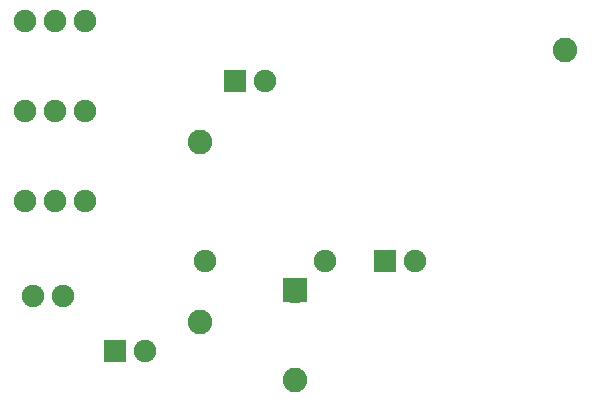
<source format=gbl>
G04 MADE WITH FRITZING*
G04 WWW.FRITZING.ORG*
G04 DOUBLE SIDED*
G04 HOLES PLATED*
G04 CONTOUR ON CENTER OF CONTOUR VECTOR*
%ASAXBY*%
%FSLAX23Y23*%
%MOIN*%
%OFA0B0*%
%SFA1.0B1.0*%
%ADD10C,0.075000*%
%ADD11C,0.082000*%
%ADD12R,0.075000X0.075000*%
%ADD13R,0.082000X0.082000*%
%ADD14R,0.001000X0.001000*%
%LNCOPPER0*%
G90*
G70*
G54D10*
X44Y2100D03*
X144Y2100D03*
X244Y2100D03*
X44Y1800D03*
X144Y1800D03*
X244Y1800D03*
X44Y1500D03*
X144Y1500D03*
X244Y1500D03*
X744Y1900D03*
X844Y1900D03*
X69Y1181D03*
X169Y1181D03*
X644Y1300D03*
X1044Y1300D03*
X1244Y1300D03*
X1344Y1300D03*
G54D11*
X627Y1696D03*
X627Y1097D03*
G54D10*
X344Y1000D03*
X444Y1000D03*
G54D11*
X944Y1200D03*
X944Y902D03*
X1844Y2002D03*
G54D12*
X744Y1900D03*
X1244Y1300D03*
X344Y1000D03*
G54D13*
X944Y1201D03*
G54D14*
D02*
G04 End of Copper0*
M02*
</source>
